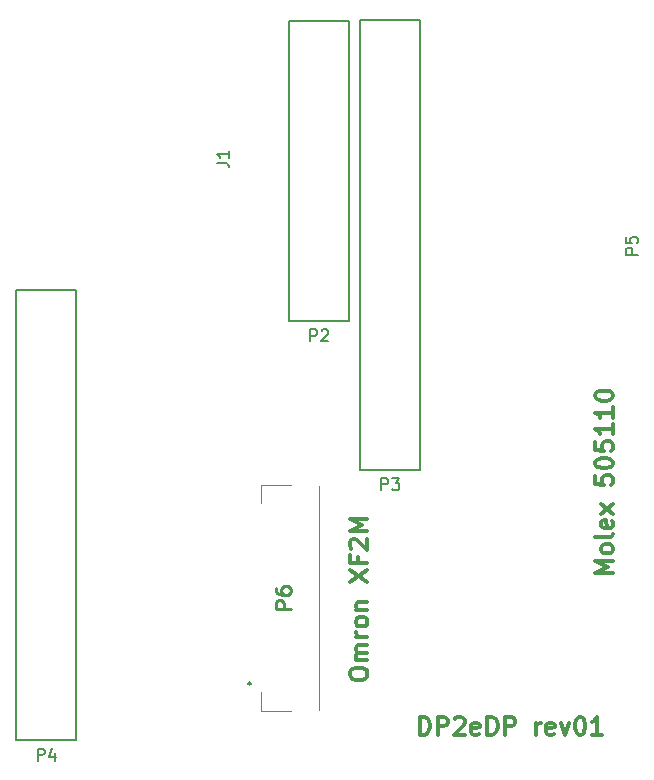
<source format=gbr>
G04 #@! TF.FileFunction,Legend,Top*
%FSLAX46Y46*%
G04 Gerber Fmt 4.6, Leading zero omitted, Abs format (unit mm)*
G04 Created by KiCad (PCBNEW 4.0.7) date 08/09/18 14:36:55*
%MOMM*%
%LPD*%
G01*
G04 APERTURE LIST*
%ADD10C,0.100000*%
%ADD11C,0.300000*%
%ADD12C,0.200000*%
%ADD13C,0.150000*%
%ADD14C,0.254000*%
G04 APERTURE END LIST*
D10*
D11*
X166021430Y-101578571D02*
X166021430Y-100078571D01*
X166378573Y-100078571D01*
X166592858Y-100150000D01*
X166735716Y-100292857D01*
X166807144Y-100435714D01*
X166878573Y-100721429D01*
X166878573Y-100935714D01*
X166807144Y-101221429D01*
X166735716Y-101364286D01*
X166592858Y-101507143D01*
X166378573Y-101578571D01*
X166021430Y-101578571D01*
X167521430Y-101578571D02*
X167521430Y-100078571D01*
X168092858Y-100078571D01*
X168235716Y-100150000D01*
X168307144Y-100221429D01*
X168378573Y-100364286D01*
X168378573Y-100578571D01*
X168307144Y-100721429D01*
X168235716Y-100792857D01*
X168092858Y-100864286D01*
X167521430Y-100864286D01*
X168950001Y-100221429D02*
X169021430Y-100150000D01*
X169164287Y-100078571D01*
X169521430Y-100078571D01*
X169664287Y-100150000D01*
X169735716Y-100221429D01*
X169807144Y-100364286D01*
X169807144Y-100507143D01*
X169735716Y-100721429D01*
X168878573Y-101578571D01*
X169807144Y-101578571D01*
X171021429Y-101507143D02*
X170878572Y-101578571D01*
X170592858Y-101578571D01*
X170450001Y-101507143D01*
X170378572Y-101364286D01*
X170378572Y-100792857D01*
X170450001Y-100650000D01*
X170592858Y-100578571D01*
X170878572Y-100578571D01*
X171021429Y-100650000D01*
X171092858Y-100792857D01*
X171092858Y-100935714D01*
X170378572Y-101078571D01*
X171735715Y-101578571D02*
X171735715Y-100078571D01*
X172092858Y-100078571D01*
X172307143Y-100150000D01*
X172450001Y-100292857D01*
X172521429Y-100435714D01*
X172592858Y-100721429D01*
X172592858Y-100935714D01*
X172521429Y-101221429D01*
X172450001Y-101364286D01*
X172307143Y-101507143D01*
X172092858Y-101578571D01*
X171735715Y-101578571D01*
X173235715Y-101578571D02*
X173235715Y-100078571D01*
X173807143Y-100078571D01*
X173950001Y-100150000D01*
X174021429Y-100221429D01*
X174092858Y-100364286D01*
X174092858Y-100578571D01*
X174021429Y-100721429D01*
X173950001Y-100792857D01*
X173807143Y-100864286D01*
X173235715Y-100864286D01*
X175878572Y-101578571D02*
X175878572Y-100578571D01*
X175878572Y-100864286D02*
X175950000Y-100721429D01*
X176021429Y-100650000D01*
X176164286Y-100578571D01*
X176307143Y-100578571D01*
X177378571Y-101507143D02*
X177235714Y-101578571D01*
X176950000Y-101578571D01*
X176807143Y-101507143D01*
X176735714Y-101364286D01*
X176735714Y-100792857D01*
X176807143Y-100650000D01*
X176950000Y-100578571D01*
X177235714Y-100578571D01*
X177378571Y-100650000D01*
X177450000Y-100792857D01*
X177450000Y-100935714D01*
X176735714Y-101078571D01*
X177950000Y-100578571D02*
X178307143Y-101578571D01*
X178664285Y-100578571D01*
X179521428Y-100078571D02*
X179664285Y-100078571D01*
X179807142Y-100150000D01*
X179878571Y-100221429D01*
X179950000Y-100364286D01*
X180021428Y-100650000D01*
X180021428Y-101007143D01*
X179950000Y-101292857D01*
X179878571Y-101435714D01*
X179807142Y-101507143D01*
X179664285Y-101578571D01*
X179521428Y-101578571D01*
X179378571Y-101507143D01*
X179307142Y-101435714D01*
X179235714Y-101292857D01*
X179164285Y-101007143D01*
X179164285Y-100650000D01*
X179235714Y-100364286D01*
X179307142Y-100221429D01*
X179378571Y-100150000D01*
X179521428Y-100078571D01*
X181449999Y-101578571D02*
X180592856Y-101578571D01*
X181021428Y-101578571D02*
X181021428Y-100078571D01*
X180878571Y-100292857D01*
X180735713Y-100435714D01*
X180592856Y-100507143D01*
X182378571Y-87878570D02*
X180878571Y-87878570D01*
X181950000Y-87378570D01*
X180878571Y-86878570D01*
X182378571Y-86878570D01*
X182378571Y-85949998D02*
X182307143Y-86092856D01*
X182235714Y-86164284D01*
X182092857Y-86235713D01*
X181664286Y-86235713D01*
X181521429Y-86164284D01*
X181450000Y-86092856D01*
X181378571Y-85949998D01*
X181378571Y-85735713D01*
X181450000Y-85592856D01*
X181521429Y-85521427D01*
X181664286Y-85449998D01*
X182092857Y-85449998D01*
X182235714Y-85521427D01*
X182307143Y-85592856D01*
X182378571Y-85735713D01*
X182378571Y-85949998D01*
X182378571Y-84592855D02*
X182307143Y-84735713D01*
X182164286Y-84807141D01*
X180878571Y-84807141D01*
X182307143Y-83449999D02*
X182378571Y-83592856D01*
X182378571Y-83878570D01*
X182307143Y-84021427D01*
X182164286Y-84092856D01*
X181592857Y-84092856D01*
X181450000Y-84021427D01*
X181378571Y-83878570D01*
X181378571Y-83592856D01*
X181450000Y-83449999D01*
X181592857Y-83378570D01*
X181735714Y-83378570D01*
X181878571Y-84092856D01*
X182378571Y-82878570D02*
X181378571Y-82092856D01*
X181378571Y-82878570D02*
X182378571Y-82092856D01*
X180878571Y-79664284D02*
X180878571Y-80378570D01*
X181592857Y-80449999D01*
X181521429Y-80378570D01*
X181450000Y-80235713D01*
X181450000Y-79878570D01*
X181521429Y-79735713D01*
X181592857Y-79664284D01*
X181735714Y-79592856D01*
X182092857Y-79592856D01*
X182235714Y-79664284D01*
X182307143Y-79735713D01*
X182378571Y-79878570D01*
X182378571Y-80235713D01*
X182307143Y-80378570D01*
X182235714Y-80449999D01*
X180878571Y-78664285D02*
X180878571Y-78521428D01*
X180950000Y-78378571D01*
X181021429Y-78307142D01*
X181164286Y-78235713D01*
X181450000Y-78164285D01*
X181807143Y-78164285D01*
X182092857Y-78235713D01*
X182235714Y-78307142D01*
X182307143Y-78378571D01*
X182378571Y-78521428D01*
X182378571Y-78664285D01*
X182307143Y-78807142D01*
X182235714Y-78878571D01*
X182092857Y-78949999D01*
X181807143Y-79021428D01*
X181450000Y-79021428D01*
X181164286Y-78949999D01*
X181021429Y-78878571D01*
X180950000Y-78807142D01*
X180878571Y-78664285D01*
X180878571Y-76807142D02*
X180878571Y-77521428D01*
X181592857Y-77592857D01*
X181521429Y-77521428D01*
X181450000Y-77378571D01*
X181450000Y-77021428D01*
X181521429Y-76878571D01*
X181592857Y-76807142D01*
X181735714Y-76735714D01*
X182092857Y-76735714D01*
X182235714Y-76807142D01*
X182307143Y-76878571D01*
X182378571Y-77021428D01*
X182378571Y-77378571D01*
X182307143Y-77521428D01*
X182235714Y-77592857D01*
X182378571Y-75307143D02*
X182378571Y-76164286D01*
X182378571Y-75735714D02*
X180878571Y-75735714D01*
X181092857Y-75878571D01*
X181235714Y-76021429D01*
X181307143Y-76164286D01*
X182378571Y-73878572D02*
X182378571Y-74735715D01*
X182378571Y-74307143D02*
X180878571Y-74307143D01*
X181092857Y-74450000D01*
X181235714Y-74592858D01*
X181307143Y-74735715D01*
X180878571Y-72950001D02*
X180878571Y-72807144D01*
X180950000Y-72664287D01*
X181021429Y-72592858D01*
X181164286Y-72521429D01*
X181450000Y-72450001D01*
X181807143Y-72450001D01*
X182092857Y-72521429D01*
X182235714Y-72592858D01*
X182307143Y-72664287D01*
X182378571Y-72807144D01*
X182378571Y-72950001D01*
X182307143Y-73092858D01*
X182235714Y-73164287D01*
X182092857Y-73235715D01*
X181807143Y-73307144D01*
X181450000Y-73307144D01*
X181164286Y-73235715D01*
X181021429Y-73164287D01*
X180950000Y-73092858D01*
X180878571Y-72950001D01*
X160078571Y-96564285D02*
X160078571Y-96278571D01*
X160150000Y-96135713D01*
X160292857Y-95992856D01*
X160578571Y-95921428D01*
X161078571Y-95921428D01*
X161364286Y-95992856D01*
X161507143Y-96135713D01*
X161578571Y-96278571D01*
X161578571Y-96564285D01*
X161507143Y-96707142D01*
X161364286Y-96849999D01*
X161078571Y-96921428D01*
X160578571Y-96921428D01*
X160292857Y-96849999D01*
X160150000Y-96707142D01*
X160078571Y-96564285D01*
X161578571Y-95278570D02*
X160578571Y-95278570D01*
X160721429Y-95278570D02*
X160650000Y-95207142D01*
X160578571Y-95064284D01*
X160578571Y-94849999D01*
X160650000Y-94707142D01*
X160792857Y-94635713D01*
X161578571Y-94635713D01*
X160792857Y-94635713D02*
X160650000Y-94564284D01*
X160578571Y-94421427D01*
X160578571Y-94207142D01*
X160650000Y-94064284D01*
X160792857Y-93992856D01*
X161578571Y-93992856D01*
X161578571Y-93278570D02*
X160578571Y-93278570D01*
X160864286Y-93278570D02*
X160721429Y-93207142D01*
X160650000Y-93135713D01*
X160578571Y-92992856D01*
X160578571Y-92849999D01*
X161578571Y-92135713D02*
X161507143Y-92278571D01*
X161435714Y-92349999D01*
X161292857Y-92421428D01*
X160864286Y-92421428D01*
X160721429Y-92349999D01*
X160650000Y-92278571D01*
X160578571Y-92135713D01*
X160578571Y-91921428D01*
X160650000Y-91778571D01*
X160721429Y-91707142D01*
X160864286Y-91635713D01*
X161292857Y-91635713D01*
X161435714Y-91707142D01*
X161507143Y-91778571D01*
X161578571Y-91921428D01*
X161578571Y-92135713D01*
X160578571Y-90992856D02*
X161578571Y-90992856D01*
X160721429Y-90992856D02*
X160650000Y-90921428D01*
X160578571Y-90778570D01*
X160578571Y-90564285D01*
X160650000Y-90421428D01*
X160792857Y-90349999D01*
X161578571Y-90349999D01*
X160078571Y-88635713D02*
X161578571Y-87635713D01*
X160078571Y-87635713D02*
X161578571Y-88635713D01*
X160792857Y-86564285D02*
X160792857Y-87064285D01*
X161578571Y-87064285D02*
X160078571Y-87064285D01*
X160078571Y-86349999D01*
X160221429Y-85850000D02*
X160150000Y-85778571D01*
X160078571Y-85635714D01*
X160078571Y-85278571D01*
X160150000Y-85135714D01*
X160221429Y-85064285D01*
X160364286Y-84992857D01*
X160507143Y-84992857D01*
X160721429Y-85064285D01*
X161578571Y-85921428D01*
X161578571Y-84992857D01*
X161578571Y-84350000D02*
X160078571Y-84350000D01*
X161150000Y-83850000D01*
X160078571Y-83350000D01*
X161578571Y-83350000D01*
D10*
X152600000Y-98000000D02*
X152600000Y-99550000D01*
X152600000Y-99550000D02*
X155100000Y-99550000D01*
X152600000Y-82000000D02*
X152600000Y-80450000D01*
X152600000Y-80450000D02*
X155100000Y-80450000D01*
X157500000Y-99500000D02*
X157500000Y-80500000D01*
D12*
X151700000Y-97250000D02*
X151700000Y-97250000D01*
X151500000Y-97250000D02*
X151500000Y-97250000D01*
X151500000Y-97250000D02*
G75*
G03X151700000Y-97250000I100000J0D01*
G01*
X151700000Y-97250000D02*
G75*
G03X151500000Y-97250000I-100000J0D01*
G01*
D13*
X166040000Y-79150000D02*
X160960000Y-79150000D01*
X160960000Y-79150000D02*
X160960000Y-41050000D01*
X160960000Y-41050000D02*
X166040000Y-41050000D01*
X166040000Y-41050000D02*
X166040000Y-79150000D01*
X136940000Y-102050000D02*
X131860000Y-102050000D01*
X131860000Y-102050000D02*
X131860000Y-63950000D01*
X131860000Y-63950000D02*
X136940000Y-63950000D01*
X136940000Y-63950000D02*
X136940000Y-102050000D01*
X160020000Y-66548000D02*
X154940000Y-66548000D01*
X154940000Y-66548000D02*
X154940000Y-41148000D01*
X154940000Y-41148000D02*
X160020000Y-41148000D01*
X160020000Y-41148000D02*
X160020000Y-66548000D01*
X148838381Y-53165333D02*
X149552667Y-53165333D01*
X149695524Y-53212953D01*
X149790762Y-53308191D01*
X149838381Y-53451048D01*
X149838381Y-53546286D01*
X149838381Y-52165333D02*
X149838381Y-52736762D01*
X149838381Y-52451048D02*
X148838381Y-52451048D01*
X148981238Y-52546286D01*
X149076476Y-52641524D01*
X149124095Y-52736762D01*
D14*
X155074524Y-90937381D02*
X153804524Y-90937381D01*
X153804524Y-90453572D01*
X153865000Y-90332619D01*
X153925476Y-90272143D01*
X154046429Y-90211667D01*
X154227857Y-90211667D01*
X154348810Y-90272143D01*
X154409286Y-90332619D01*
X154469762Y-90453572D01*
X154469762Y-90937381D01*
X153804524Y-89123095D02*
X153804524Y-89365000D01*
X153865000Y-89485952D01*
X153925476Y-89546429D01*
X154106905Y-89667381D01*
X154348810Y-89727857D01*
X154832619Y-89727857D01*
X154953571Y-89667381D01*
X155014048Y-89606905D01*
X155074524Y-89485952D01*
X155074524Y-89244048D01*
X155014048Y-89123095D01*
X154953571Y-89062619D01*
X154832619Y-89002143D01*
X154530238Y-89002143D01*
X154409286Y-89062619D01*
X154348810Y-89123095D01*
X154288333Y-89244048D01*
X154288333Y-89485952D01*
X154348810Y-89606905D01*
X154409286Y-89667381D01*
X154530238Y-89727857D01*
D13*
X162761905Y-80872381D02*
X162761905Y-79872381D01*
X163142858Y-79872381D01*
X163238096Y-79920000D01*
X163285715Y-79967619D01*
X163333334Y-80062857D01*
X163333334Y-80205714D01*
X163285715Y-80300952D01*
X163238096Y-80348571D01*
X163142858Y-80396190D01*
X162761905Y-80396190D01*
X163666667Y-79872381D02*
X164285715Y-79872381D01*
X163952381Y-80253333D01*
X164095239Y-80253333D01*
X164190477Y-80300952D01*
X164238096Y-80348571D01*
X164285715Y-80443810D01*
X164285715Y-80681905D01*
X164238096Y-80777143D01*
X164190477Y-80824762D01*
X164095239Y-80872381D01*
X163809524Y-80872381D01*
X163714286Y-80824762D01*
X163666667Y-80777143D01*
X133661905Y-103772381D02*
X133661905Y-102772381D01*
X134042858Y-102772381D01*
X134138096Y-102820000D01*
X134185715Y-102867619D01*
X134233334Y-102962857D01*
X134233334Y-103105714D01*
X134185715Y-103200952D01*
X134138096Y-103248571D01*
X134042858Y-103296190D01*
X133661905Y-103296190D01*
X135090477Y-103105714D02*
X135090477Y-103772381D01*
X134852381Y-102724762D02*
X134614286Y-103439048D01*
X135233334Y-103439048D01*
X156741905Y-68270381D02*
X156741905Y-67270381D01*
X157122858Y-67270381D01*
X157218096Y-67318000D01*
X157265715Y-67365619D01*
X157313334Y-67460857D01*
X157313334Y-67603714D01*
X157265715Y-67698952D01*
X157218096Y-67746571D01*
X157122858Y-67794190D01*
X156741905Y-67794190D01*
X157694286Y-67365619D02*
X157741905Y-67318000D01*
X157837143Y-67270381D01*
X158075239Y-67270381D01*
X158170477Y-67318000D01*
X158218096Y-67365619D01*
X158265715Y-67460857D01*
X158265715Y-67556095D01*
X158218096Y-67698952D01*
X157646667Y-68270381D01*
X158265715Y-68270381D01*
X184459381Y-60938095D02*
X183459381Y-60938095D01*
X183459381Y-60557142D01*
X183507000Y-60461904D01*
X183554619Y-60414285D01*
X183649857Y-60366666D01*
X183792714Y-60366666D01*
X183887952Y-60414285D01*
X183935571Y-60461904D01*
X183983190Y-60557142D01*
X183983190Y-60938095D01*
X183459381Y-59461904D02*
X183459381Y-59938095D01*
X183935571Y-59985714D01*
X183887952Y-59938095D01*
X183840333Y-59842857D01*
X183840333Y-59604761D01*
X183887952Y-59509523D01*
X183935571Y-59461904D01*
X184030810Y-59414285D01*
X184268905Y-59414285D01*
X184364143Y-59461904D01*
X184411762Y-59509523D01*
X184459381Y-59604761D01*
X184459381Y-59842857D01*
X184411762Y-59938095D01*
X184364143Y-59985714D01*
M02*

</source>
